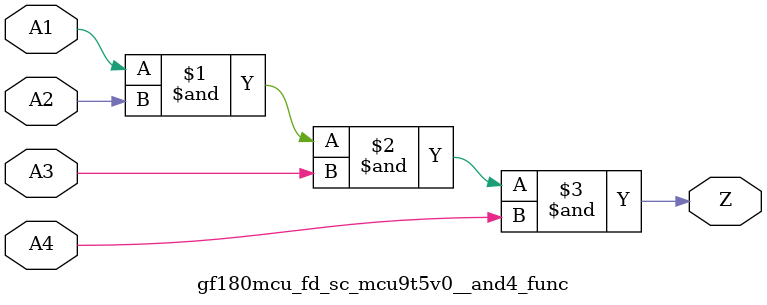
<source format=v>

`ifndef GF180MCU_FD_SC_MCU9T5V0__AND4_V
`define GF180MCU_FD_SC_MCU9T5V0__AND4_V

`ifdef USE_POWER_PINS
module gf180mcu_fd_sc_mcu9t5v0__and4_func( A4, A3, A1, A2, Z, VDD, VSS );
inout VDD, VSS;
`else // If not USE_POWER_PINS
module gf180mcu_fd_sc_mcu9t5v0__and4_func( A1, A2, A3, A4, Z );
`endif // If not USE_POWER_PINS
input A1, A2, A3, A4;
output Z;

	and MGM_BG_0( Z, A1, A2, A3, A4 );

endmodule
`endif // GF180MCU_FD_SC_MCU9T5V0__AND4_V

</source>
